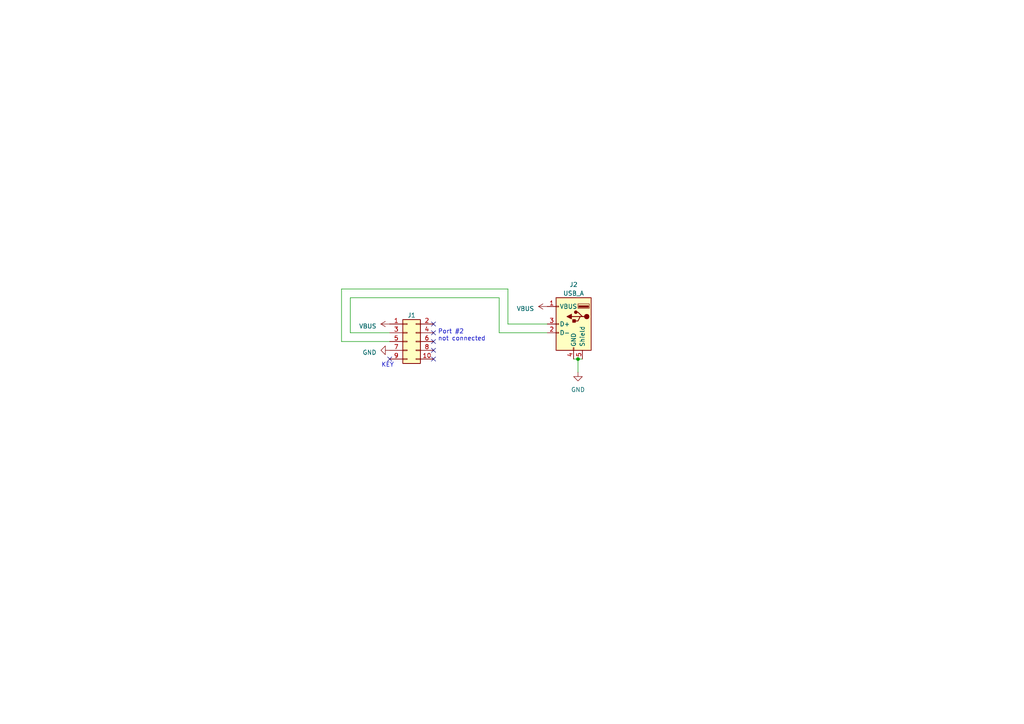
<source format=kicad_sch>
(kicad_sch (version 20221004) (generator eeschema)
  (paper "A4")
  (title_block (title "Boot USB <-> USB-A adapter") (date "2022-11-01") (rev "A") (company "FSCK.PL") (comment 1 "Netgear ReadyNAS RN3138"))
  (lib_symbols
    (symbol "Connector:USB_A" (pin_names (offset 1.016))
      (property "Reference" "J" (at -5.08 11.43 0))
      (property "Value" "USB_A" (at -5.08 8.89 0))
      (symbol "USB_A_0_1"
        (rectangle (start -5.08 -7.62) (end 5.08 7.62) (stroke (width 0.254)) (fill (type background)))
        (circle (center -3.81 2.159) (radius 0.635) (stroke (width 0.254)) (fill (type outline)))
        (rectangle (start -1.524 4.826) (end -4.318 5.334) (fill (type outline)))
        (rectangle (start -1.27 4.572) (end -4.572 5.842))
        (circle (center -0.635 3.429) (radius 0.381) (stroke (width 0.254)) (fill (type outline)))
        (rectangle (start -0.127 -7.62) (end 0.127 -6.858))
        (polyline (pts (xy -3.175 2.159) (xy -2.54 2.159) (xy -1.27 3.429) (xy -0.635 3.429)) (stroke (width 0.254)))
        (polyline (pts (xy -2.54 2.159) (xy -1.905 2.159) (xy -1.27 0.889) (xy 0 0.889)) (stroke (width 0.254)))
        (polyline (pts (xy 0.635 2.794) (xy 0.635 1.524) (xy 1.905 2.159) (xy 0.635 2.794)) (stroke (width 0.254)) (fill (type outline)))
        (rectangle (start 0.254 1.27) (end -0.508 0.508) (stroke (width 0.254)) (fill (type outline)))
        (rectangle (start 5.08 -2.667) (end 4.318 -2.413))
        (rectangle (start 5.08 -0.127) (end 4.318 0.127))
        (rectangle (start 5.08 4.953) (end 4.318 5.207))
      )
      (symbol "USB_A_1_1"
        (polyline (pts (xy -1.905 2.159) (xy 0.635 2.159)) (stroke (width 0.254)))
        (pin power_in line (at 7.62 5.08 180) (length 2.54) (name "VBUS") (number "1"))
        (pin bidirectional line (at 7.62 -2.54 180) (length 2.54) (name "D-") (number "2"))
        (pin bidirectional line (at 7.62 0 180) (length 2.54) (name "D+") (number "3"))
        (pin power_in line (at 0 -10.16 90) (length 2.54) (name "GND") (number "4"))
        (pin passive line (at -2.54 -10.16 90) (length 2.54) (name "Shield") (number "5"))
      )
    )
    (symbol "Connector_Generic:Conn_02x05_Odd_Even" (pin_names (offset 1.016) hide)
      (property "Reference" "J" (at 1.27 7.62 0))
      (property "Value" "Conn_02x05_Odd_Even" (at 1.27 -7.62 0))
      (symbol "Conn_02x05_Odd_Even_1_1"
        (rectangle (start -1.27 -4.953) (end 0 -5.207) (stroke (width 0.1524)))
        (rectangle (start -1.27 -2.413) (end 0 -2.667) (stroke (width 0.1524)))
        (rectangle (start -1.27 0.127) (end 0 -0.127) (stroke (width 0.1524)))
        (rectangle (start -1.27 2.667) (end 0 2.413) (stroke (width 0.1524)))
        (rectangle (start -1.27 5.207) (end 0 4.953) (stroke (width 0.1524)))
        (rectangle (start -1.27 6.35) (end 3.81 -6.35) (stroke (width 0.254)) (fill (type background)))
        (rectangle (start 3.81 -4.953) (end 2.54 -5.207) (stroke (width 0.1524)))
        (rectangle (start 3.81 -2.413) (end 2.54 -2.667) (stroke (width 0.1524)))
        (rectangle (start 3.81 0.127) (end 2.54 -0.127) (stroke (width 0.1524)))
        (rectangle (start 3.81 2.667) (end 2.54 2.413) (stroke (width 0.1524)))
        (rectangle (start 3.81 5.207) (end 2.54 4.953) (stroke (width 0.1524)))
        (pin passive line (at -5.08 5.08 0) (length 3.81) (name "Pin_1") (number "1"))
        (pin passive line (at 7.62 -5.08 180) (length 3.81) (name "Pin_10") (number "10"))
        (pin passive line (at 7.62 5.08 180) (length 3.81) (name "Pin_2") (number "2"))
        (pin passive line (at -5.08 2.54 0) (length 3.81) (name "Pin_3") (number "3"))
        (pin passive line (at 7.62 2.54 180) (length 3.81) (name "Pin_4") (number "4"))
        (pin passive line (at -5.08 0 0) (length 3.81) (name "Pin_5") (number "5"))
        (pin passive line (at 7.62 0 180) (length 3.81) (name "Pin_6") (number "6"))
        (pin passive line (at -5.08 -2.54 0) (length 3.81) (name "Pin_7") (number "7"))
        (pin passive line (at 7.62 -2.54 180) (length 3.81) (name "Pin_8") (number "8"))
        (pin passive line (at -5.08 -5.08 0) (length 3.81) (name "Pin_9") (number "9"))
      )
    )
    (symbol "power:GND" (power) (pin_names (offset 0))
      (property "Value" "GND" (at 0 -3.81 0))
      (symbol "GND_0_1"
        (polyline (pts (xy 0 0) (xy 0 -1.27) (xy 1.27 -1.27) (xy 0 -2.54) (xy -1.27 -1.27) (xy 0 -1.27)))
      )
      (symbol "GND_1_1"
        (pin power_in line (at 0 0 270) (length 0) hide (name "GND") (number "1"))
      )
    )
    (symbol "power:VBUS" (power) (pin_names (offset 0))
      (property "Value" "VBUS" (at 0 3.81 0))
      (symbol "VBUS_0_1"
        (polyline (pts (xy -0.762 1.27) (xy 0 2.54)))
        (polyline (pts (xy 0 0) (xy 0 2.54)))
        (polyline (pts (xy 0 2.54) (xy 0.762 1.27)))
      )
      (symbol "VBUS_1_1"
        (pin power_in line (at 0 0 90) (length 0) hide (name "VBUS") (number "1"))
      )
    )
  )
  (junction (at 167.64 104.14))
  (no_connect (at 125.73 96.52))
  (no_connect (at 125.73 101.6))
  (no_connect (at 113.03 104.14))
  (no_connect (at 125.73 104.14))
  (no_connect (at 125.73 93.98))
  (no_connect (at 125.73 99.06))
  (wire (pts (xy 113.03 99.06) (xy 99.06 99.06)))
  (wire (pts (xy 99.06 99.06) (xy 99.06 83.82)))
  (wire (pts (xy 113.03 96.52) (xy 101.6 96.52)))
  (wire (pts (xy 144.78 86.36) (xy 144.78 96.52)))
  (wire (pts (xy 101.6 86.36) (xy 144.78 86.36)))
  (wire (pts (xy 147.32 93.98) (xy 158.75 93.98)))
  (wire (pts (xy 147.32 83.82) (xy 147.32 93.98)))
  (wire (pts (xy 166.37 104.14) (xy 167.64 104.14)))
  (wire (pts (xy 101.6 96.52) (xy 101.6 86.36)))
  (wire (pts (xy 167.64 104.14) (xy 167.64 107.95)))
  (wire (pts (xy 144.78 96.52) (xy 158.75 96.52)))
  (wire (pts (xy 168.91 104.14) (xy 167.64 104.14)))
  (wire (pts (xy 99.06 83.82) (xy 147.32 83.82)))
  (text "Port #2\nnot connected" (at 127 99.06 0) (effects (font (size 1.27 1.27)) (justify left bottom)))
  (text "KEY" (at 114.3 106.68 0) (effects (font (size 1.27 1.27)) (justify right bottom)))
  (symbol (lib_id "Connector_Generic:Conn_02x05_Odd_Even") (at 118.11 99.06 0) (unit 1)
    (property "Reference" "J1" (at 119.38 91.44 0))
    (property "Value" "Conn_02x05_Odd_Even" (effects hide))
    (property "Footprint" "Connector_PinHeader_2.00mm:PinHeader_2x05_P2.00mm_Vertical" (effects hide))
  )
  (symbol (lib_id "Connector:USB_A") (at 166.37 93.98 0) (mirror y) (unit 1)
    (property "Reference" "J2" (at 166.37 82.55 0))
    (property "Value" "USB_A" (at 166.37 85.09 0))
    (property "Footprint" "Connector_Hroparts:USB_A_Hroparts_U-A-24SS-W-1_Horizontal" (effects hide))
    (property "Datasheet" "https://datasheet.lcsc.com/lcsc/2108170930_Korean-Hroparts-Elec-U-A-24SS-W-1_C283549.pdf" (effects hide))
    (property "Manufacturer" "Korean Hroparts Elec" (effects hide))
    (property "MFR.Part #" "U-A-24SS-W-1" (effects hide))
    (property "JLCPCB Part #" "C283549" (effects hide))
    (property "Description" "USB 2.0 1 4 Female Type-A SMD USB Connectors ROHS" (effects hide))
  )
  (symbol (lib_id "power:VBUS") (at 113.03 93.98 90) (unit 1)
    (property "Reference" "#PWR0102" (effects hide))
    (property "Value" "VBUS" (at 109.22 94.615 90) (effects (justify left)))
  )
  (symbol (lib_id "power:GND") (at 113.03 101.6 270) (unit 1)
    (property "Reference" "#PWR01" (effects hide))
    (property "Value" "GND" (at 109.22 102.235 90) (effects (justify right)))
  )
  (symbol (lib_id "power:GND") (at 167.64 107.95 0) (unit 1)
    (property "Reference" "#PWR02" (effects hide))
    (property "Value" "GND" (at 167.64 113.03 0))
  )
  (symbol (lib_id "power:VBUS") (at 158.75 88.9 90) (unit 1)
    (property "Reference" "#PWR0101" (effects hide))
    (property "Value" "VBUS" (at 154.94 89.535 90) (effects (justify left)))
  )
)
</source>
